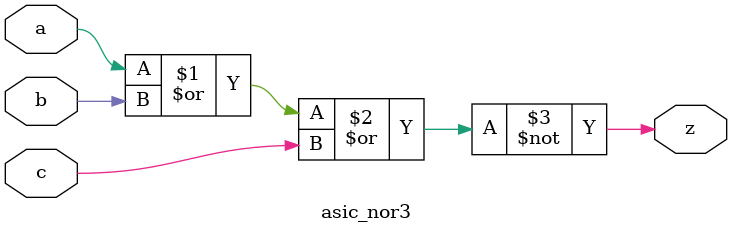
<source format=v>

module asic_nor3
   (
    input  a,
    input  b,
    input  c,
    output z
    );

   assign z = ~(a | b | c);

endmodule

</source>
